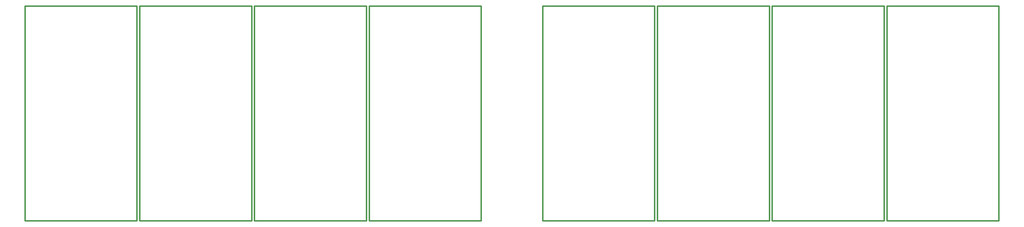
<source format=gbo>
G04*
G04 #@! TF.GenerationSoftware,Altium Limited,Altium Designer,19.0.14 (431)*
G04*
G04 Layer_Color=32896*
%FSLAX25Y25*%
%MOIN*%
G70*
G01*
G75*
%ADD25C,0.01968*%
D25*
X-523622Y151575D02*
X-366142D01*
Y-151575D02*
Y151575D01*
X-523622Y-151575D02*
X-366142D01*
X-523622D02*
Y151575D01*
X-362205D02*
X-204725D01*
Y-151575D02*
Y151575D01*
X-362205Y-151575D02*
X-204725D01*
X-362205D02*
Y151575D01*
X43307D02*
X200787D01*
Y-151575D02*
Y151575D01*
X43307Y-151575D02*
X200787D01*
X43307D02*
Y151575D01*
X527559D02*
X685039D01*
Y-151575D02*
Y151575D01*
X527559Y-151575D02*
X685039D01*
X527559D02*
Y151575D01*
X-200787D02*
X-43307D01*
Y-151575D02*
Y151575D01*
X-200787Y-151575D02*
X-43307D01*
X-200787D02*
Y151575D01*
X204724D02*
X362205D01*
Y-151575D02*
Y151575D01*
X204724Y-151575D02*
X362205D01*
X204724D02*
Y151575D01*
X366142D02*
X523622D01*
Y-151575D02*
Y151575D01*
X366142Y-151575D02*
X523622D01*
X366142D02*
Y151575D01*
X-685039D02*
X-527559D01*
Y-151575D02*
Y151575D01*
X-685039Y-151575D02*
X-527559D01*
X-685039D02*
Y151575D01*
M02*

</source>
